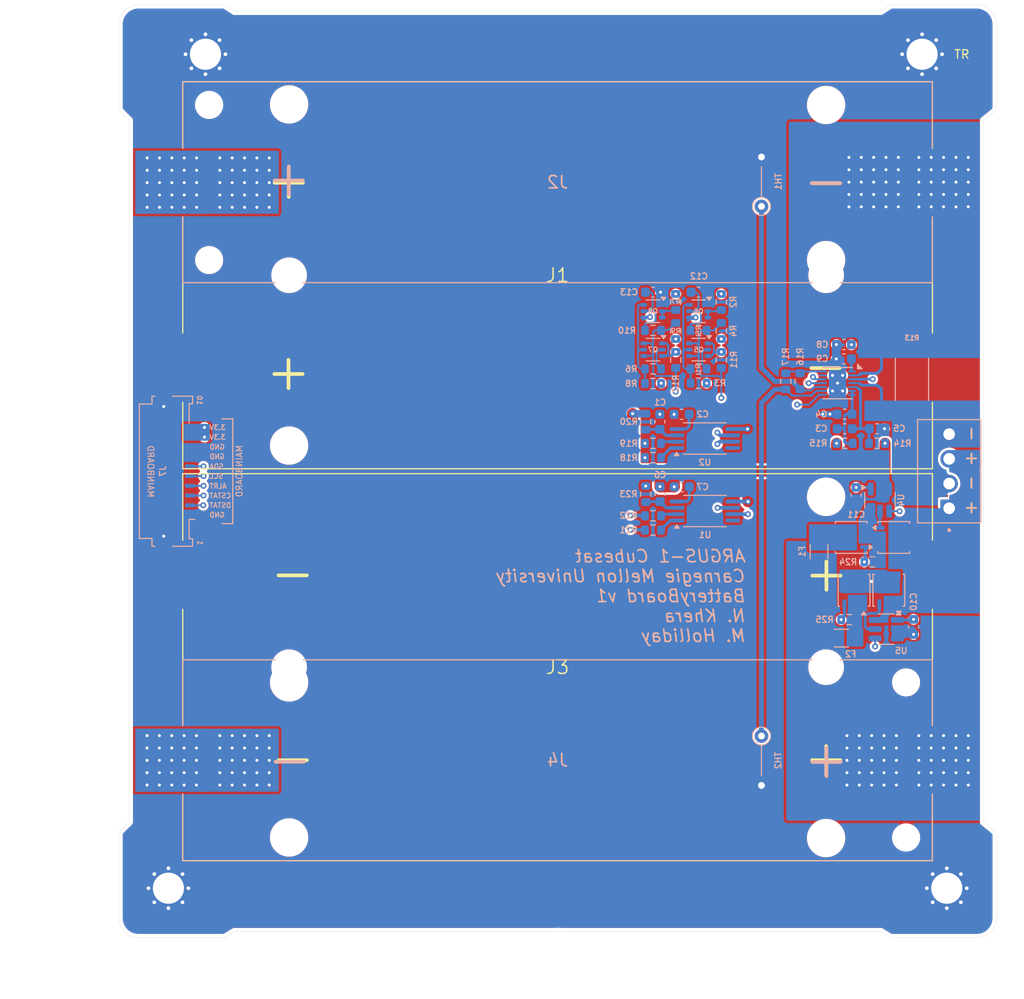
<source format=kicad_pcb>
(kicad_pcb (version 20240108) (generator "pcbnew") (generator_version "8.0")
  (layers (0 "F.Cu" signal) (1 "In1.Cu" signal) (2 "In2.Cu" signal) (31 "B.Cu" signal) (34 "B.Paste" user) (35 "F.Paste" user) (36 "B.SilkS" user "B.Silkscreen") (37 "F.SilkS" user "F.Silkscreen") (38 "B.Mask" user) (39 "F.Mask" user) (44 "Edge.Cuts" user))
  (net 0 "")
  (net 1 "B-")
  (net 2 "BM")
  (net 3 "PACK+")
  (net 4 "GND")
  (net 5 "Net-(U2-VDD)")
  (net 6 "Net-(U2-CDT)")
  (net 7 "Net-(U3-VBATT)")
  (net 8 "Net-(U3-CELL1)")
  (net 9 "Net-(U1-VDD)")
  (net 10 "Net-(U1-CDT)")
  (net 11 "Net-(U3-REG2)")
  (net 12 "Net-(U3-REG3)")
  (net 13 "Net-(Q3-D)")
  (net 14 "Net-(Q6B-G1)")
  (net 15 "Net-(Q8B-G1)")
  (net 16 "Net-(Q1-D)")
  (net 17 "ALRT")
  (net 18 "Net-(Q1-G)")
  (net 19 "B+")
  (net 20 "+3V3")
  (net 21 "Net-(Q2-G)")
  (net 22 "Net-(U4-SENSE)")
  (net 23 "Net-(F2-Pad2)")
  (net 24 "Net-(Q3-G)")
  (net 25 "Net-(Q4-G)")
  (net 26 "Net-(Q5B-B2)")
  (net 27 "Net-(Q5A-B1)")
  (net 28 "SCL1")
  (net 29 "SCL_Fuel")
  (net 30 "Net-(Q6A-G2)")
  (net 31 "Net-(Q7A-B1)")
  (net 32 "Net-(Q7B-B2)")
  (net 33 "SDA1")
  (net 34 "Net-(Q8A-G2)")
  (net 35 "SDA_Fuel")
  (net 36 "Net-(U1-CTLC)")
  (net 37 "Net-(U1-CTLD)")
  (net 38 "Net-(U3-AIN2)")
  (net 39 "Net-(U3-THRM)")
  (net 40 "Net-(U3-AIN1)")
  (net 41 "Net-(U2-CTLC)")
  (net 42 "PACK-")
  (net 43 "Net-(U2-CTLD)")
  (net 44 "Net-(U2-CO)")
  (net 45 "Net-(U2-DO)")
  (net 47 "CSTAT")
  (net 48 "DSTAT")
  (footprint "BatteryBoard:MountingHole" (layer "F.Cu") (at 183.769 53.4797 -90)
    (property "Reference" "H3" (hide yes))
    (property "Value" "MountingHole_Pad")
  )
  (footprint "BatteryBoard:BAT_1048" (layer "F.Cu") (at 146.304 76.2 180)
    (property "Reference" "J1")
    (property "Value" "Keystone-1048" (hide yes))
  )
  (footprint "BatteryBoard:BAT_1048" (layer "F.Cu") (at 146.304 116.4844)
    (property "Reference" "J3")
    (property "Value" "Keystone-1048" (hide yes))
  )
  (footprint "BatteryBoard:MountingHole" (layer "F.Cu") (at 106.299 139.2047 90)
    (property "Reference" "H1" (hide yes))
    (property "Value" "MountingHole_Pad")
  )
  (footprint "BatteryBoard:MountingHole" (layer "F.Cu") (at 186.309 139.2047 90)
    (property "Reference" "H2" (hide yes))
    (property "Value" "MountingHole_Pad")
  )
  (footprint "BatteryBoard:MountingHole" (layer "B.Cu") (at 110.109 53.4797 90)
    (property "Reference" "H4" (hide yes))
    (property "Value" "MountingHole_Pad")
  )
  (footprint "Resistor_SMD:R_0603_1608Metric" (layer "B.Cu") (at 160.7963 87.2958 180)
    (property "Reference" "R3")
    (property "Value" "10K")
  )
  (footprint "Resistor_SMD:R_0603_1608Metric" (layer "B.Cu") (at 158.4443 78.9432 -90)
    (property "Reference" "R7")
    (property "Value" "100K")
  )
  (footprint "Resistor_SMD:R_0603_1608Metric" (layer "B.Cu") (at 158.4443 81.9272 90)
    (property "Reference" "R9")
    (property "Value" "10K")
  )
  (footprint "Resistor_SMD:R_0603_1608Metric" (layer "B.Cu") (at 156.1095 100.92309)
    (property "Reference" "R22")
    (property "Value" "1K")
  )
  (footprint "Capacitor_SMD:C_0603_1608Metric" (layer "B.Cu") (at 175.7315 83.32089 180)
    (property "Reference" "C8")
    (property "Value" "0.47uF")
  )
  (footprint "Capacitor_SMD:C_0603_1608Metric" (layer "B.Cu") (at 156.8329 98.6914 90)
    (property "Reference" "C6")
    (property "Value" "0.1uF")
  )
  (footprint "Capacitor_SMD:C_0603_1608Metric" (layer "B.Cu") (at 160.7963 77.9394)
    (property "Reference" "C12")
    (property "Value" "10nF")
  )
  (footprint "Capacitor_SMD:C_0603_1608Metric" (layer "B.Cu") (at 182.8932 112.344 -90)
    (property "Reference" "C10")
    (property "Value" "0.1uF")
  )
  (footprint "Resistor_SMD:R_0603_1608Metric" (layer "B.Cu") (at 160.7963 85.8226 180)
    (property "Reference" "R1")
    (property "Value" "680R")
  )
  (footprint "Capacitor_SMD:C_0603_1608Metric" (layer "B.Cu") (at 179.1351 91.9734)
    (property "Reference" "C5")
    (property "Value" "0.1uF")
  )
  (footprint "Package_TO_SOT_SMD:SOT-363_SC-70-6" (layer "B.Cu") (at 156.1075 83.8443 180)
    (property "Reference" "Q7")
    (property "Value" "MBT2222ADW1T1")
  )
  (footprint "Package_SO:Vishay_PowerPAK_1212-8_Single" (layer "B.Cu") (at 176.4894 103.148 180)
    (property "Reference" "Q1" (hide yes))
    (property "Value" "Si7625DN")
  )
  (footprint "Resistor_SMD:R_0603_1608Metric" (layer "B.Cu") (at 156.1063 93.4798)
    (property "Reference" "R19")
    (property "Value" "1K")
  )
  (footprint "Package_TO_SOT_SMD:TSOT-23-6" (layer "B.Cu") (at 179.4369 99.3083 -90)
    (property "Reference" "U4")
    (property "Value" "LTC4412xS6")
  )
  (footprint "Resistor_SMD:R_0603_1608Metric" (layer "B.Cu") (at 156.1095 102.39629)
    (property "Reference" "R21")
    (property "Value" "1K")
  )
  (footprint "Resistor_SMD:R_0603_1608Metric" (layer "B.Cu") (at 175.8077 93.472 180)
    (property "Reference" "R15")
    (property "Value" "100R")
  )
  (footprint "Package_TO_SOT_SMD:SOT-363_SC-70-6" (layer "B.Cu") (at 160.7963 79.8952 180)
    (property "Reference" "Q6")
    (property "Value" "NX3008NBKS")
  )
  (footprint "Capacitor_SMD:C_0603_1608Metric" (layer "B.Cu") (at 159.0527 90.4956 180)
    (property "Reference" "C2")
    (property "Value" "10nF")
  )
  (footprint "Resistor_SMD:R_0603_1608Metric" (layer "B.Cu") (at 160.7963 81.866 180)
    (property "Reference" "R5")
    (property "Value" "200K")
  )
  (footprint "Resistor_SMD:R_0603_1608Metric" (layer "B.Cu") (at 156.1075 85.8226 180)
    (property "Reference" "R6")
    (property "Value" "680R")
  )
  (footprint "Package_SO:TSSOP-8_4.4x3mm_P0.65mm" (layer "B.Cu") (at 161.4403 92.9796)
    (property "Reference" "U2")
    (property "Value" "S-8209AAA-T8T1U")
  )
  (footprint "Resistor_SMD:R_0603_1608Metric" (layer "B.Cu") (at 156.1063 94.953)
    (property "Reference" "R18")
    (property "Value" "1K")
  )
  (footprint "Capacitor_SMD:C_0603_1608Metric" (layer "B.Cu") (at 159.0681 97.9424 180)
    (property "Reference" "C7")
    (property "Value" "10nF")
  )
  (footprint "Resistor_SMD:R_0603_1608Metric" (layer "B.Cu") (at 171.2357 87.0966 -90)
    (property "Reference" "R16")
    (property "Value" "10K")
  )
  (footprint "Resistor_SMD:R_0603_1608Metric" (layer "B.Cu") (at 169.7625 87.0966 -90)
    (property "Reference" "R17")
    (property "Value" "10K")
  )
  (footprint "BatteryBoard:Keystone_1042" (layer "B.Cu") (at 146.304 66.63436 180)
    (property "Reference" "J2")
    (property "Value" "Keystone-1042")
  )
  (footprint "Capacitor_SMD:C_0603_1608Metric" (layer "B.Cu") (at 175.8077 91.9734 180)
    (property "Reference" "C3")
    (property "Value" "1nF")
  )
  (footprint "Resistor_SMD:R_0603_1608Metric" (layer "B.Cu") (at 158.4443 84.899 90)
    (property "Reference" "R12")
    (property "Value" "DNI (0R)")
  )
  (footprint "Package_TO_SOT_SMD:TSOT-23-6" (layer "B.Cu") (at 180.0862 112.573802 180)
    (property "Reference" "U5")
    (property "Value" "LTC4412xS6")
  )
  (footprint "Resistor_SMD:R_0603_1608Metric" (layer "B.Cu") (at 163.1331 78.9432 -90)
    (property "Reference" "R2")
    (property "Value" "100K")
  )
  (footprint "Package_SO:Vishay_PowerPAK_1212-8_Single" (layer "B.Cu") (at 176.7736 108.5835 90)
    (property "Reference" "Q3" (hide yes))
    (property "Value" "Si7625DN")
  )
  (footprint "Capacitor_SMD:C_0603_1608Metric" (layer "B.Cu") (at 175.8077 90.4748 180)
    (property "Reference" "C4")
    (property "Value" "1nF")
  )
  (footprint "Package_SO:Vishay_PowerPAK_1212-8_Single" (layer "B.Cu") (at 180.355 108.5814 90)
    (property "Reference" "Q4" (hide yes))
    (property "Value" "Si7625DN")
  )
  (footprint "Connector_FFC-FPC:Molex_200528-0100_1x10-1MP_P1.00mm_Horizontal" (layer "B.Cu") (at 107.60964 96.3422 90)
    (property "Reference" "J7")
    (property "Value" "200528-0100")
  )
  (footprint "Resistor_THT:R_Axial_DIN0204_L3.6mm_D1.6mm_P5.08mm_Vertical" (layer "B.Cu") (at 167.259 69.12356 90)
    (property "Reference" "TH1")
    (property "Value" "197-103LAG-A01")
  )
  (footprint "Resistor_SMD:R_1206_3216Metric" (layer "B.Cu") (at 173.1767 104.5958 90)
    (property "Reference" "F1")
    (property "Value" "Polyfuse_Small")
  )
  (footprint "Resistor_SMD:R_0603_1608Metric" (layer "B.Cu") (at 163.1331 84.899 90)
    (property "Reference" "R11")
    (property "Value" "DNI (0R)")
  )
  (footprint "Resistor_SMD:R_0603_1608Metric" (layer "B.Cu") (at 156.1075 81.866 180)
    (property "Reference" "R10")
    (property "Value" "200K")
  )
  (footprint "Package_TO_SOT_SMD:SOT-363_SC-70-6" (layer "B.Cu") (at 156.1075 79.8952 180)
    (property "Reference" "Q8")
    (property "Value" "NX3008NBKS")
  )
  (footprint "Package_TO_SOT_SMD:SOT-363_SC-70-6" (layer "B.Cu") (at 160.7963 83.8443 180)
    (property "Reference" "Q5")
    (property "Value" "MBT2222ADW1T1")
  )
  (footprint "Capacitor_SMD:C_0603_1608Metric" (layer "B.Cu") (at 156.1075 77.9394)
    (property "Reference" "C13")
    (property "Value" "10nF")
  )
  (footprint "Resistor_SMD:R_0603_1608Metric" (layer "B.Cu") (at 155.3443 91.2576 -90)
    (property "Reference" "R20")
    (property "Value" "470R")
  )
  (footprint "BatteryBoard:Keystone_1042" (layer "B.Cu") (at 146.304 126.05004)
    (property "Reference" "J4")
    (property "Value" "Keystone-1042")
  )
  (footprint "Package_SO:TSSOP-8_4.4x3mm_P0.65mm" (layer "B.Cu") (at 161.4557 100.4316)
    (property "Reference" "U1")
    (property "Value" "S-8209AAA-T8T1U")
  )
  (footprint "Package_SO:Vishay_PowerPAK_1212-8_Single" (layer "B.Cu") (at 180.8606 103.1492)
    (property "Reference" "Q2" (hide yes))
    (property "Value" "Si7625DN")
  )
  (footprint "Resistor_SMD:R_0603_1608Metric" (layer "B.Cu") (at 163.1331 81.9272 90)
    (property "Reference" "R4")
    (property "Value" "10K")
  )
  (footprint "Resistor_SMD:R_0603_1608Metric" (layer "B.Cu") (at 176.277 111.597302)
    (property "Reference" "R25")
    (property "Value" "100K")
  )
  (footprint "BatteryBoard:TE_282834-4" (layer "B.Cu") (at 186.5519 96.3422 90)
    (property "Reference" "J8" (hide yes))
    (property "Value" "282834-4")
  )
  (footprint "Resistor_SMD:R_1206_3216Metric" (layer "B.Cu") (at 175.4764 113.4983)
    (property "Reference" "F2")
    (property "Value" "Polyfuse_Small")
  )
  (footprint "Package_DFN_QFN:TDFN-14-1EP_3x3mm_P0.4mm_EP1.78x2.35mm" (layer "B.Cu") (at 175.0822 87.2872 180)
    (property "Reference" "U3" (hide yes))
    (property "Value" "MAX17205")
  )
  (footprint "Resistor_THT:R_Axial_DIN0204_L3.6mm_D1.6mm_P5.08mm_Vertical" (layer "B.Cu") (at 167.259 123.56084 -90)
    (property "Reference" "TH2")
    (property "Value" "197-103LAG-A01")
  )
  (footprint "Resistor_SMD:R_0603_1608Metric" (layer "B.Cu") (at 179.1351 93.472)
    (property "Reference" "R14")
    (property "Value" "10R")
  )
  (footprint "Capacitor_SMD:C_0603_1608Metric" (layer "B.Cu") (at 175.7304 84.7922 180)
    (property "Reference" "C9")
    (property "Value" "0.47uF")
  )
  (footprint "Capacitor_SMD:C_0603_1608Metric" (layer "B.Cu") (at 156.8175 91.2576 90)
    (property "Reference" "C1")
    (property "Value" "0.1uF")
  )
  (footprint "Resistor_SMD:R_0603_1608Metric" (layer "B.Cu") (at 155.3597 98.6914 -90)
    (property "Reference" "R23")
    (property "Value" "470R")
  )
  (footprint "Resistor_SMD:R_0603_1608Metric" (layer "B.Cu") (at 156.1075 87.3252 180)
    (property "Reference" "R8")
    (property "Value" "10K")
  )
  (footprint "Resistor_SMD:R_0603_1608Metric" (layer "B.Cu") (at 178.6636 105.664 180)
    (property "Reference" "R24")
    (property "Value" "100K")
  )
  (footprint "Resistor_SMD:R_2512_6332Metric" (layer "B.Cu") (at 182.7276 86.8934 90)
    (property "Reference" "R13")
    (property "Value" "10m")
  )
  (footprint "Capacitor_SMD:C_0603_1608Metric" (layer "B.Cu") (at 176.9872 98.7806 -90)
    (property "Reference" "C11")
    (property "Value" "0.1uF")
  )
  (gr_line (start 112.9157 90.9574) (end 111.7981 90.9574) (stroke (width 0.127)) (layer "B.SilkS"))
  (gr_line (start 112.9157 101.727) (end 111.7981 101.727) (stroke (width 0.127)) (layer "B.SilkS"))
  (gr_line (start 112.9157 90.9574) (end 112.9157 101.727) (stroke (width 0.127)) (layer "B.SilkS"))
  (gr_arc (start 189.389 48.3997) (mid 190.803207 48.98549) (end 191.389 50.3997) (stroke (width 0.0254)) (layer "Edge.Cuts"))
  (gr_line (start 191.389 142.2847) (end 191.389 133.4455) (stroke (width 0.0254)) (layer "Edge.Cuts"))
  (gr_line (start 113.0935 143.656879) (end 179.5145 143.656879) (stroke (width 0.0254)) (layer "Edge.Cuts"))
  (gr_arc (start 103.219 144.2847) (mid 101.80478 143.698917) (end 101.219 142.2847) (stroke (width 0.0254)) (layer "Edge.Cuts"))
  (gr_line (start 112.0582 48.3997) (end 103.219 48.3997) (stroke (width 0.0254)) (layer "Edge.Cuts"))
  (gr_arc (start 101.219 50.3997) (mid 101.804787 48.98549) (end 103.219 48.3997) (stroke (width 0.0254)) (layer "Edge.Cuts"))
  (gr_line (start 179.5145 49.063345) (end 113.0935 49.063345) (stroke (width 0.0254)) (layer "Edge.Cuts"))
  (gr_line (start 101.219 50.3997) (end 101.219 59.2389) (stroke (width 0.0254)) (layer "Edge.Cuts"))
  (gr_line (start 190.093172 132.4102) (end 190.093172 60.2742) (stroke (width 0.0254)) (layer "Edge.Cuts"))
  (gr_line (start 101.219 59.2389) (end 102.276968 60.2742) (stroke (width 0.0254)) (layer "Edge.Cuts"))
  (gr_line (start 101.219 133.4455) (end 101.219 142.2847) (stroke (width 0.0254)) (layer "Edge.Cuts"))
  (gr_line (start 180.5498 144.2847) (end 189.389 144.2847) (stroke (width 0.0254)) (layer "Edge.Cuts"))
  (gr_line (start 103.219 144.2847) (end 112.0582 144.2847) (stroke (width 0.0254)) (layer "Edge.Cuts"))
  (gr_line (start 190.093172 60.2742) (end 191.389 59.2389) (stroke (width 0.0254)) (layer "Edge.Cuts"))
  (gr_line (start 102.276968 60.2742) (end 102.276968 132.4102) (stroke (width 0.0254)) (layer "Edge.Cuts"))
  (gr_arc (start 191.389 142.2847) (mid 190.803214 143.698917) (end 189.389 144.2847) (stroke (width 0.0254)) (layer "Edge.Cuts"))
  (gr_line (start 180.5498 48.3997) (end 179.5145 49.063345) (stroke (width 0.0254)) (layer "Edge.Cuts"))
  (gr_line (start 179.5145 143.656879) (end 180.5498 144.2847) (stroke (width 0.0254)) (layer "Edge.Cuts"))
  (gr_line (start 102.276968 132.4102) (end 101.219 133.4455) (stroke (width 0.0254)) (layer "Edge.Cuts"))
  (gr_line (start 191.389 59.2389) (end 191.389 50.3997) (stroke (width 0.0254)) (layer "Edge.Cuts"))
  (gr_line (start 191.389 133.4455) (end 190.093172 132.4102) (stroke (width 0.0254)) (layer "Edge.Cuts"))
  (gr_line (start 112.0582 144.2847) (end 113.0935 143.656879) (stroke (width 0.0254)) (layer "Edge.Cuts"))
  (gr_line (start 113.0935 49.063345) (end 112.0582 48.3997) (stroke (width 0.0254)) (layer "Edge.Cuts"))
  (gr_line (start 189.389 48.3997) (end 180.5498 48.3997) (stroke (width 0.0254)) (layer "Edge.Cuts"))
  (gr_text "SCL" (at 110.4646 96.8502 0) (layer "B.SilkS") (effects (font (size 0.508 0.508) (thickness 0.1016) (bold yes)) (justify right mirror)))
  (gr_text "GND" (at 110.4646 100.838 0) (layer "B.SilkS") (effects (font (size 0.508 0.508) (thickness 0.1016) (bold yes)) (justify right mirror)))
  (gr_text "3.3V" (at 110.4646 91.8464 0) (layer "B.SilkS") (effects (font (size 0.508 0.508) (thickness 0.1016) (bold yes)) (justify right mirror)))
  (gr_text "ARGUS-1 Cubesat\nCarnegie Mellon University\nBatteryBoard v1\nN. Khera\nM. Holliday" (at 165.7604 113.9952 0) (layer "B.SilkS") (effects (font (size 1.27 1.27) (thickness 0.1778) (italic yes)) (justify left bottom mirror)))
  (gr_text "+" (at 188.9506 100.1014 -90) (layer "B.SilkS") (effects (font (size 1.27 1.27) (thickness 0.1778)) (justify mirror)))
  (gr_text "CSTAT" (at 110.4646 98.8568 0) (layer "B.SilkS") (effects (font (size 0.508 0.508) (thickness 0.1016) (bold yes)) (justify right mirror)))
  (gr_text "-" (at 188.9506 97.5614 -90) (layer "B.SilkS") (effects (font (size 1.27 1.27) (thickness 0.1778)) (justify mirror)))
  (gr_text "DSTAT" (at 110.4646 99.8474 0) (layer "B.SilkS") (effects (font (size 0.508 0.508) (thickness 0.1016) (bold yes)) (justify right mirror)))
  (gr_text "3.3V" (at 110.4646 92.837 0) (layer "B.SilkS") (effects (font (size 0.508 0.508) (thickness 0.1016) (bold yes)) (justify right mirror)))
  (gr_text "MAINBOARD" (at 104.4702 96.3676 270) (layer "B.SilkS") (effects (font (size 0.635 0.635) (thickness 0.1016)) (justify mirror)))
  (gr_text "10" (at 109.4994 88.4936 270) (layer "B.SilkS") (effects (font (size 0.508 0.508) (thickness 0.1016) (bold yes)) (justify right mirror)))
  (gr_text "GND" (at 110.4646 94.8436 0) (layer "B.SilkS") (effects (font (size 0.508 0.508) (thickness 0.1016) (bold yes)) (justify right mirror)))
  (gr_text "GND" (at 110.4646 93.853 0) (layer "B.SilkS") (effects (font (size 0.508 0.508) (thickness 0.1016) (bold yes)) (justify right mirror)))
  (gr_text "ALRT" (at 110.4646 97.8662 0) (layer "B.SilkS") (effects (font (size 0.508 0.508) (thickness 0.1016) (bold yes)) (justify right mirror)))
  (gr_text "MAINBOARD" (at 113.5888 96.33331 90) (layer "B.SilkS") (effects (font (size 0.635 0.635) (thickness 0.1016)) (justify mirror)))
  (gr_text "-" (at 188.9506 92.4814 -90) (layer "B.SilkS") (effects (font (size 1.27 1.27) (thickness 0.1778)) (justify mirror)))
  (gr_text "+" (at 188.9506 95.0214 -90) (layer "B.SilkS") (effects (font (size 1.27 1.27) (thickness 0.1778)) (justify mirror)))
  (gr_text "1" (at 109.5502 103.378 -90) (layer "B.SilkS") (effects (font (size 0.508 0.508) (thickness 0.1016) (bold yes)) (justify right mirror)))
  (gr_text "SDA" (at 110.4646 95.8596 0) (layer "B.SilkS") (effects (font (size 0.508 0.508) (thickness 0.1016) (bold yes)) (justify right mirror)))
  (gr_text "-" (at 188.7474 92.4814 90) (layer "F.SilkS") (effects (font (size 1.27 1.27) (thickness 0.1778))))
  (gr_text "-" (at 188.7474 97.5614 90) (layer "F.SilkS") (effects (font (size 1.27 1.27) (thickness 0.1778))))
  (gr_text "+" (at 188.7474 95.0214 90) (layer "F.SilkS") (effects (font (size 1.27 1.27) (thickness 0.1778))))
  (gr_text "TR" (at 187.8584 53.4924 0) (layer "F.SilkS") (effects (font (size 0.889 0.889) (thickness 0.127))))
  (gr_text "+" (at 188.7474 100.1014 90) (layer "F.SilkS") (effects (font (size 1.27 1.27) (thickness 0.1778))))
  (via (at 177.5206 65.3542) (size 0.6096) (drill 0.3048) (layers "F.Cu" "B.Cu") (net 1))
  (via (at 188.5188 66.6242) (size 0.6096) (drill 0.3048) (layers "F.Cu" "B.Cu") (net 1))
  (via (at 176.2506 67.8942) (size 0.6096) (drill 0.3048) (layers "F.Cu" "B.Cu") (net 1))
  (via (at 183.4388 66.6242) (size 0.6096) (drill 0.3048) (layers "F.Cu" "B.Cu") (net 1))
  (via (at 181.3306 66.6242) (size 0.6096) (drill 0.3048) (layers "F.Cu" "B.Cu") (net 1))
  (via (at 185.9788 66.6242) (size 0.6096) (drill 0.3048) (layers "F.Cu" "B.Cu") (net 1))
  (via (at 176.2506 65.3542) (size 0.6096) (drill 0.3048) (layers "F.Cu" "B.Cu") (net 1))
  (via (at 185.9788 64.0842) (size 0.6096) (drill 0.3048) (layers "F.Cu" "B.Cu") (net 1))
  (via (at 183.4388 67.8942) (size 0.6096) (drill 0.3048) (layers "F.Cu" "B.Cu") (net 1))
  (via (at 187.2488 67.8942) (size 0.6096) (drill 0.3048) (layers "F.Cu" "B.Cu") (net 1))
  (via (at 185.9788 67.8942) (size 0.6096) (drill 0.3048) (layers "F.Cu" "B.Cu") (net 1))
  (via (at 187.2488 69.1642) (size 0.6096) (drill 0.3048) (layers "F.Cu" "B.Cu") (net 1))
  (via (at 180.0606 65.3542) (size 0.6096) (drill 0.3048) (layers "F.Cu" "B.Cu") (net 1))
  (via (at 188.5188 69.1642) (size 0.6096) (drill 0.3048) (layers "F.Cu" "B.Cu") (net 1))
  (via (at 178.7906 67.8942) (size 0.6096) (drill 0.3048) (layers "F.Cu" "B.Cu") (net 1))
  (via (at 184.7088 67.8942) (size 0.6096) (drill 0.3048) (layers "F.Cu" "B.Cu") (net 1))
  (via (at 178.7906 64.0842) (size 0.6096) (drill 0.3048) (layers "F.Cu" "B.Cu") (net 1))
  (via (at 188.5188 65.3542) (size 0.6096) (drill 0.3048) (layers "F.Cu" "B.Cu") (net 1))
  (via (at 184.7088 64.0842) (size 0.6096) (drill 0.3048) (layers "F.Cu" "B.Cu") (net 1))
  (via (at 173.5598 90.4748) (size 0.6096) (drill 0.3048) (layers "F.Cu" "B.Cu") (net 1))
  (via (at 180.0606 67.8942) (size 0.6096) (drill 0.3048) (layers "F.Cu" "B.Cu") (net 1))
  (via (at 180.0606 69.1642) (size 0.6096) (drill 0.3048) (layers "F.Cu" "B.Cu") (net 1))
  (via (at 181.3306 64.0842) (size 0.6096) (drill 0.3048) (layers "F.Cu" "B.Cu") (net 1))
  (via (at 165.8255 91.9988) (size 0.6096) (drill 0.3048) (layers "F.Cu" "B.Cu") (net 1))
  (via (at 156.8175 90.4826) (size 0.6096) (drill 0.3048) (layers "F.Cu" "B.Cu") (net 1))
  (via (at 155.2813 93.4798) (size 0.6096) (drill 0.3048) (layers "F.Cu" "B.Cu") (net 1))
  (via (at 158.2777 90.4956) (size 0.6096) (drill 0.3048) (layers "F.Cu" "B.Cu") (net 1))
  (via (at 184.7088 65.3542) (size 0.6096) (drill 0.3048) (layers "F.Cu" "B.Cu") (net 1))
  (via (at 176.2506 64.0842) (size 0.6096) (drill 0.3048) (layers "F.Cu" "B.Cu") (net 1))
  (via (at 176.2506 69.1642) (size 0.6096) (drill 0.3048) (layers "F.Cu" "B.Cu") (net 1))
  (via (at 184.7088 66.6242) (size 0.6096) (drill 0.3048) (layers "F.Cu" "B.Cu") (net 1))
  (via (at 174.2964 90.4748) (size 0.6096) (drill 0.3048) (layers "F.Cu" "B.Cu") (net 1))
  (via (at 187.2488 64.0842) (size 0.6096) (drill 0.3048) (layers "F.Cu" "B.Cu") (net 1))
  (via (at 178.7906 66.6242) (size 0.6096) (drill 0.3048) (layers "F.Cu" "B.Cu") (net 1))
  (via (at 185.9788 65.3542) (size 0.6096) (drill 0.3048) (layers "F.Cu" "B.Cu") (net 1))
  (via (at 155.2813 94.953) (size 0.6096) (drill 0.3048) (layers "F.Cu" "B.Cu") (net 1))
  (via (at 178.7906 69.1642) (size 0.6096) (drill 0.3048) (layers "F.Cu" "B.Cu") (net 1))
  (via (at 187.2488 65.3542) (size 0.6096) (drill 0.3048) (layers "F.Cu" "B.Cu") (net 1))
  (via (at 180.0606 66.6242) (size 0.6096) (drill 0.3048) (layers "F.Cu" "B.Cu") (net 1))
  (via (at 180.0606 64.0842) (size 0.6096) (drill 0.3048) (layers "F.Cu" "B.Cu") (net 1))
  (via (at 177.5206 66.6242) (size 0.6096) (drill 0.3048) (layers "F.Cu" "B.Cu") (net 1))
  (via (at 188.5188 64.0842) (size 0.6096) (drill 0.3048) (layers "F.Cu" "B.Cu") (net 1))
  (via (at 181.3306 65.3542) (size 0.6096) (drill 0.3048) (layers "F.Cu" "B.Cu") (net 1))
  (via (at 184.7088 69.1642) (size 0.6096) (drill 0.3048) (layers "F.Cu" "B.Cu") (net 1))
  (via (at 178.7906 65.3542) (size 0.6096) (drill 0.3048) (layers "F.Cu" "B.Cu") (net 1))
  (via (at 181.3306 69.1642) (size 0.6096) (drill 0.3048) (layers "F.Cu" "B.Cu") (net 1))
  (via (at 177.5206 64.0842) (size 0.6096) (drill 0.3048) (layers "F.Cu" "B.Cu") (net 1))
  (via (at 176.2506 66.6242) (size 0.6096) (drill 0.3048) (layers "F.Cu" "B.Cu") (net 1))
  (via (at 183.4388 69.1642) (size 0.6096) (drill 0.3048) (layers "F.Cu" "B.Cu") (net 1))
  (via (at 188.5188 67.8942) (size 0.6096) (drill 0.3048) (layers "F.Cu" "B.Cu") (net 1))
  (via (at 187.2488 66.6242) (size 0.6096) (drill 0.3048) (layers "F.Cu" "B.Cu") (net 1))
  (via (at 185.9788 69.1642) (size 0.6096) (drill 0.3048) (layers "F.Cu" "B.Cu") (net 1))
  (via (at 181.3306 67.8942) (size 0.6096) (drill 0.3048) (layers "F.Cu" "B.Cu") (net 1))
  (via (at 177.5206 69.1642) (size 0.6096) (drill 0.3048) (layers "F.Cu" "B.Cu") (net 1))
  (via (at 183.4388 64.0842) (size 0.6096) (drill 0.3048) (layers "F.Cu" "B.Cu") (net 1))
  (via (at 183.4388 65.3542) (size 0.6096) (drill 0.3048) (layers "F.Cu" "B.Cu") (net 1))
  (via (at 177.5206 67.8942) (size 0.6096) (drill 0.3048) (layers "F.Cu" "B.Cu") (net 1))
  (segment (start 177.2666 86.4872) (end 176.5697 86.4872) (width 0.2032) (layer "B.Cu") (net 1))
  (segment (start 177.4903 86.2776) (end 179.1652 86.2776) (width 0.3048) (layer "B.Cu") (net 1))
  (segment (start 165.8197 92.0046) (end 164.3028 92.0046) (width 0.4064) (layer "B.Cu") (net 1))
  (segment (start 179.5923 85.8505) (end 179.5923 84.0325) (width 0.3048) (layer "B.Cu") (net 1))
  (segment (start 177.3317 86.4362) (end 177.4903 86.2776) (width 0.3048) (layer "B.Cu") (net 1))
  (segment (start 175.0327 90.4748) (end 174.5377 90.4748) (width 0.635) (layer "B.Cu") (net 1))
  (segment (start 165.8255 91.9988) (end 165.8197 92.0046) (width 0.4064) (layer "B.Cu") (net 1))
  (segment (start 174.5377 90.4748) (end 173.5598 90.4748) (width 0.635) (layer "B.Cu") (net 1))
  (segment (start 174.5377 90.4748) (end 174.2964 90.4748) (width 0.635) (layer "B.Cu") (net 1))
  (segment (start 179.1652 86.2776) (end 179.5923 85.8505) (width 0.3048) (layer "B.Cu") (net 1))
  (segment (start 158.369 96.3422) (end 158.2931 96.4181) (width 1.143) (layer "F.Cu") (net 2))
  (segment (start 156.8329 97.8783) (end 158.2931 96.4181) (width 1.143) (layer "F.Cu") (net 2))
  (segment (start 158.2931 97.9173) (end 156.8329 96.4571) (width 1.143) (layer "F.Cu") (net 2))
  (segment (start 174.9827 96.3401) (end 174.9827 93.472) (width 1.143) (layer "F.Cu") (net 2))
  (segment (start 154.0145 96.2295) (end 154.0145 90.424) (width 1.143) (layer "F.Cu") (net 2))
  (segment (start 165.862 96.3422) (end 165.862 99.4521) (width 1.143) (layer "F.Cu") (net 2))
  (segment (start 154.1272 96.3422) (end 154.0145 96.2295) (width 1.143) (layer "F.Cu") (net 2))
  (segment (start 158.2931 96.4181) (end 158.2931 97.9424) (width 1.143) (layer "F.Cu") (net 2))
  (segment (start 156.8589 97.9424) (end 156.8329 97.9164) (width 1.143) (layer "F.Cu") (net 2))
  (segment (start 156.8329 97.9164) (end 156.8329 97.8783) (width 1.143) (layer "F.Cu") (net 2))
  (segment (start 156.718 96.3422) (end 158.369 96.3422) (width 1.143) (layer "F.Cu") (net 2))
  (segment (start 174.9806 96.3422) (end 174.9827 96.3401) (width 1.143) (layer "F.Cu") (net 2))
  (segment (start 158.369 96.3422) (end 165.862 96.3422) (width 1.143) (layer "F.Cu") (net 2))
  (segment (start 165.862 96.3422) (end 174.9806 96.3422) (width 1.143) (layer "F.Cu") (net 2))
  (segment (start 165.862 99.4521) (end 165.8763 99.4664) (width 1.143) (layer "F.Cu") (net 2))
  (segment (start 158.2931 97.9424) (end 156.8589 97.9424) (width 1.143) (layer "F.Cu") (net 2))
  (segment (start 156.8329 96.4571) (end 156.8329 97.9164) (width 1.143) (layer "F.Cu") (net 2))
  (segment (start 158.2931 97.9424) (end 158.2931 97.9173) (width 1.143) (layer "F.Cu") (net 2))
  (segment (start 156.718 96.3422) (end 156.8329 96.4571) (width 1.143) (layer "F.Cu") (net 2))
  (segment (start 154.1272 96.3422) (end 156.718 96.3422) (width 1.143) (layer "F.Cu") (net 2))
  (segment (start 145.1737 96.3422) (end 154.1272 96.3422) (width 1.143) (layer "F.Cu") (net 2))
  (via (at 115.3922 67.945) (size 0.6096) (drill 0.3048) (layers "F.Cu" "B.Cu") (net 2))
  (via (at 112.8522 124.7902) (size 0.6096) (drill 0.3048) (layers "F.Cu" "B.Cu") (net 2))
  (via (at 105.3719 124.7902) (size 0.6096) (drill 0.3048) (layers "F.Cu" "B.Cu") (net 2))
  (via (at 116.6622 69.215) (size 0.6096) (drill 0.3048) (layers "F.Cu" "B.Cu") (net 2))
  (via (at 112.8522 123.5202) (size 0.6096) (drill 0.3048) (layers "F.Cu" "B.Cu") (net 2))
  (via (at 105.3719 126.0602) (size 0.6096) (drill 0.3048) (layers "F.Cu" "B.Cu") (net 2))
  (via (at 105.3846 67.945) (size 0.6096) (drill 0.3048) (layers "F.Cu" "B.Cu") (net 2))
  (via (at 104.1019 124.7902) (size 0.6096) (drill 0.3048) (layers "F.Cu" "B.Cu") (net 2))
  (via (at 107.9119 123.5202) (size 0.6096) (drill 0.3048) (layers "F.Cu" "B.Cu") (net 2))
  (via (at 111.5822 128.6002) (size 0.6096) (drill 0.3048) (layers "F.Cu" "B.Cu") (net 2))
  (via (at 106.6546 66.675) (size 0.6096) (drill 0.3048) (layers "F.Cu" "B.Cu") (net 2))
  (via (at 114.1222 128.6002) (size 0.6096) (drill 0.3048) (layers "F.Cu" "B.Cu") (net 2))
  (via (at 104.1146 65.405) (size 0.6096) (drill 0.3048) (layers "F.Cu" "B.Cu") (net 2))
  (via (at 116.6622 128.6002) (size 0.6096) (drill 0.3048) (layers "F.Cu" "B.Cu") (net 2))
  (via (at 112.8522 128.6002) (size 0.6096) (drill 0.3048) (layers "F.Cu" "B.Cu") (net 2))
  (via (at 104.1019 128.6002) (size 0.6096) (drill 0.3048) (layers "F.Cu" "B.Cu") (net 2))
  (via (at 112.8522 64.135) (size 0.6096) (drill 0.3048) (layers "F.Cu" "B.Cu") (net 2))
  (via (at 107.9119 127.3302) (size 0.6096) (drill 0.3048) (layers "F.Cu" "B.Cu") (net 2))
  (via (at 106.6419 127.3302) (size 0.6096) (drill 0.3048) (layers "F.Cu" "B.Cu") (net 2))
  (via (at 107.9119 124.7902) (size 0.6096) (drill 0.3048) (layers "F.Cu" "B.Cu") (net 2))
  (via (at 109.1819 123.5202) (size 0.6096) (drill 0.3048) (layers "F.Cu" "B.Cu") (net 2))
  (via (at 116.6622 65.405) (size 0.6096) (drill 0.3048) (layers "F.Cu" "B.Cu") (net 2))
  (via (at 107.9246 69.215) (size 0.6096) (drill 0.3048) (layers "F.Cu" "B.Cu") (net 2))
  (via (at 104.1019 123.5202) (size 0.6096) (drill 0.3048) (layers "F.Cu" "B.Cu") (net 2))
  (via (at 107.9119 128.6002) (size 0.6096) (drill 0.3048) (layers "F.Cu" "B.Cu") (net 2))
  (via (at 114.1222 65.405) (size 0.6096) (drill 0.3048) (layers "F.Cu" "B.Cu") (net 2))
  (via (at 114.1222 126.0602) (size 0.6096) (drill 0.3048) (layers "F.Cu" "B.Cu") (net 2))
  (via (at 106.6546 67.945) (size 0.6096) (drill 0.3048) (layers "F.Cu" "B.Cu") (net 2))
  (via (at 112.8522 67.945) (size 0.6096) (drill 0.3048) (layers "F.Cu" "B.Cu") (net 2))
  (via (at 111.5822 67.945) (size 0.6096) (drill 0.3048) (layers "F.Cu" "B.Cu") (net 2))
  (via (at 105.3846 69.215) (size 0.6096) (drill 0.3048) (layers "F.Cu" "B.Cu") (net 2))
  (via (at 106.6546 64.135) (size 0.6096) (drill 0.3048) (layers "F.Cu" "B.Cu") (net 2))
  (via (at 105.3719 128.6002) (size 0.6096) (drill 0.3048) (layers "F.Cu" "B.Cu") (net 2))
  (via (at 104.1019 126.0602) (size 0.6096) (drill 0.3048) (layers "F.Cu" "B.Cu") (net 2))
  (via (at 109.1819 124.7902) (size 0.6096) (drill 0.3048) (layers "F.Cu" "B.Cu") (net 2))
  (via (at 107.9246 66.675) (size 0.6096) (drill 0.3048) (layers "F.Cu" "B.Cu") (net 2))
  (via (at 115.3922 127.3302) (size 0.6096) (drill 0.3048) (layers "F.Cu" "B.Cu") (net 2))
  (via (at 109.1946 66.675) (size 0.6096) (drill 0.3048) (layers "F.Cu" "B.Cu") (net 2))
  (via (at 111.5822 126.0602) (size 0.6096) (drill 0.3048) (layers "F.Cu" "B.Cu") (net 2))
  (via (at 107.9246 64.135) (size 0.6096) (drill 0.3048) (layers "F.Cu" "B.Cu") (net 2))
  (via (at 104.1019 127.3302) (size 0.6096) (drill 0.3048) (layers "F.Cu" "B.Cu") (net 2))
  (via (at 111.5822 65.405) (size 0.6096) (drill 0.3048) (layers "F.Cu" "B.Cu") (net 2))
  (via (at 107.9119 126.0602) (size 0.6096) (drill 0.3048) (layers "F.Cu" "B.Cu") (net 2))
  (via (at 106.6419 126.0602) (size 0.6096) (drill 0.3048) (layers "F.Cu" "B.Cu") (net 2))
  (via (at 112.8522 127.3302) (size 0.6096) (drill 0.3048) (layers "F.Cu" "B.Cu") (net 2))
  (via (at 114.1222 69.215) (size 0.6096) (drill 0.3048) (layers "F.Cu" "B.Cu") (net 2))
  (via (at 115.3922 65.405) (size 0.6096) (drill 0.3048) (layers "F.Cu" "B.Cu") (net 2))
  (via (at 114.1222 67.945) (size 0.6096) (drill 0.3048) (layers "F.Cu" "B.Cu") (net 2))
  (via (at 104.1146 67.945) (size 0.6096) (drill 0.3048) (layers "F.Cu" "B.Cu") (net 2))
  (via (at 106.6546 65.405) (size 0.6096) (drill 0.3048) (layers "F.Cu" "B.Cu") (net 2))
  (via (at 114.1222 123.5202) (size 0.6096) (drill 0.3048) (layers "F.Cu" "B.Cu") (net 2))
  (via (at 109.1946 69.215) (size 0.6096) (drill 0.3048) (layers "F.Cu" "B.Cu") (net 2))
  (via (at 156.8329 97.9164) (size 0.6096) (drill 0.3048) (layers "F.Cu" "B.Cu") (net 2))
  (via (at 115.3922 128.6002) (size 0.6096) (drill 0.3048) (layers "F.Cu" "B.Cu") (net 2))
  (via (at 106.6419 123.5202) (size 0.6096) (drill 0.3048) (layers "F.Cu" "B.Cu") (net 2))
  (via (at 174.9827 93.472) (size 0.6096) (drill 0.3048) (layers "F.Cu" "B.Cu") (net 2))
  (via (at 106.6419 128.6002) (size 0.6096) (drill 0.3048) (layers "F.Cu" "B.Cu") (net 2))
  (via (at 115.3922 126.0602) (size 0.6096) (drill 0.3048) (layers "F.Cu" "B.Cu") (net 2))
  (via (at 116.6622 126.0602) (size 0.6096) (drill 0.3048) (layers "F.Cu" "B.Cu") (net 2))
  (via (at 116.6622 127.3302) (size 0.6096) (drill 0.3048) (layers "F.Cu" "B.Cu") (net 2))
  (via (at 106.6546 69.215) (size 0.6096) (drill 0.3048) (layers "F.Cu" "B.Cu") (net 2))
  (via (at 116.6622 123.5202) (size 0.6096) (drill 0.3048) (layers "F.Cu" "B.Cu") (net 2))
  (via (at 109.1819 128.6002) (size 0.6096) (drill 0.3048) (layers "F.Cu" "B.Cu") (net 2))
  (via (at 106.6419 124.7902) (size 0.6096) (drill 0.3048) (layers "F.Cu" "B.Cu") (net 2))
  (via (at 165.8763 99.4664) (size 0.6096) (drill 0.3048) (layers "F.Cu" "B.Cu") (net 2))
  (via (at 115.3922 123.5202) (size 0.6096) (drill 0.3048) (layers "F.Cu" "B.Cu") (net 2))
  (via (at 115.3922 69.215) (size 0.6096) (drill 0.3048) (layers "F.Cu" "B.Cu") (net 2))
  (via (at 109.1819 126.0602) (size 0.6096) (drill 0.3048) (layers "F.Cu" "B.Cu") (net 2))
  (via (at 112.8522 65.405) (size 0.6096) (drill 0.3048) (layers "F.Cu" "B.Cu") (net 2))
  (via (at 109.1819 127.3302) (size 0.6096) (drill 0.3048) (layers "F.Cu" "B.Cu") (net 2))
  (via (at 111.5822 123.5202) (size 0.6096) (drill 0.3048) (layers "F.Cu" "B.Cu") (net 2))
  (via (at 109.1946 64.135) (size 0.6096) (drill 0.3048) (layers "F.Cu" "B.Cu") (net 2))
  (via (at 112.8522 66.675) (size 0.6096) (drill 0.3048) (layers "F.Cu" "B.Cu") (net 2))
  (via (at 114.1222 64.135) (size 0.6096) (drill 0.3048) (layers "F.Cu" "B.Cu") (net 2))
  (via (at 116.6622 66.675) (size 0.6096) (drill 0.3048) (layers "F.Cu" "B.Cu") (net 2))
  (via (at 104.1146 69.215) (size 0.6096) (drill 0.3048) (layers "F.Cu" "B.Cu") (net 2))
  (via (at 105.3846 65.405) (size 0.6096) (drill 0.3048) (layers "F.Cu" "B.Cu") (net 2))
  (via (at 109.1946 65.405) (size 0.6096) (drill 0.3048) (layers "F.Cu" "B.Cu") (net 2))
  (via (at 109.1946 67.945) (size 0.6096) (drill 0.3048) (layers "F.Cu" "B.Cu") (net 2))
  (via (at 104.1146 64.135) (size 0.6096) (drill 0.3048) (layers "F.Cu" "B.Cu") (net 2))
  (via (at 114.1222 124.7902) (size 0.6096) (drill 0.3048) (layers "F.Cu" "B.Cu") (net 2))
  (via (at 116.6622 64.135) (size 0.6096) (drill 0.3048) (layers "F.Cu" "B.Cu") (net 2))
  (via (at 111.5822 66.675) (size 0.6096) (drill 0.3048) (layers "F.Cu" "B.Cu") (net 2))
  (via (at 116.6622 124.7902) (size 0.6096) (drill 0.3048) (layers "F.Cu" "B.Cu") (net 2))
  (via (at 105.3846 64.135) (size 0.6096) (drill 0.3048) (layers "F.Cu" "B.Cu") (net 2))
  (via (at 105.3719 123.5202) (size 0.6096) (drill 0.3048) (layers "F.Cu" "B.Cu") (net 2))
  (via (at 158.2931 97.9424) (size 0.6096) (drill 0.3048) (layers "F.Cu" "B.Cu") (net 2))
  (via (at 107.9246 65.405) (size 0.6096) (drill 0.3048) (layers "F.Cu" "B.Cu") (net 2))
  (via (at 114.1222 127.3302) (size 0.6096) (drill 0.3048) (layers "F.Cu" "B.Cu") (net 2))
  (via (at 111.5822 69.215) (size 0.6096) (drill 0.3048) (layers "F.Cu" "B.Cu") (net 2))
  (via (at 115.3922 124.7902) (size 0.6096) (drill 0.3048) (layers "F.Cu" "B.Cu") (net 2))
  (via (at 111.5822 127.3302) (size 0.6096) (drill 0.3048) (layers "F.Cu" "B.Cu") (net 2))
  (via (at 111.5822 64.135) (size 0.6096) (drill 0.3048) (layers "F.Cu" "B.Cu") (net 2))
  (via (at 116.6622 67.945) (size 0.6096) (drill 0.3048) (layers "F.Cu" "B.Cu") (net 2))
  (via (at 112.8522 69.215) (size 0.6096) (drill 0.3048) (layers "F.Cu" "B.Cu") (net 2))
  (via (at 114.1222 66.675) (size 0.6096) (drill 0.3048) (layers "F.Cu" "B.Cu") (net 2))
  (via (at 111.5822 124.7902) (size 0.6096) (drill 0.3048) (layers "F.Cu" "B.Cu") (net 2))
  (via (at 154.0145 90.424) (size 0.6096) (drill 0.3048) (layers "F.Cu" "B.Cu") (net 2))
  (via (at 107.9246 67.945) (size 0.6096) (drill 0.3048) (layers "F.Cu" "B.Cu") (net 2))
  (via (at 104.1146 66.675) (size 0.6096) (drill 0.3048) (layers "F.Cu" "B.Cu") (net 2))
  (via (at 105.3846 66.675) (size 0.6096) (drill 0.3048) (layers "F.Cu" "B.Cu") (net 2))
  (via (at 115.3922 66.675) (size 0.6096) (drill 0.3048) (layers "F.Cu" "B.Cu") (net 2))
  (via (at 112.8522 126.0602) (size 0.6096) (drill 0.3048) (layers "F.Cu" "B.Cu") (net 2))
  (via (at 105.3719 127.3302) (size 0.6096) (drill 0.3048) (layers "F.Cu" "B.Cu") (net 2))
  (via (at 115.3922 64.135) (size 0.6096) (drill 0.3048) (layers "F.Cu" "B.Cu") (net 2))
  (segment (start 154.0231 90.4326) (end 154.0145 90.424) (width 0.381) (layer "B.Cu") (net 2))
  (segment (start 155.3443 90.4326) (end 154.0231 90.4326) (width 0.762) (layer "B.Cu") (net 2))
  (segment (start 165.8763 99.4664) (end 165.8665 99.4566) (width 0.381) (layer "B.Cu") (net 2))
  (segment (start 165.8665 99.4566) (end 164.3182 99.4566) (width 0.381) (layer "B.Cu") (net 2))
  (via (at 176.9872 98.0056) (size 0.6096) (drill 0.3048) (layers "F.Cu" "B.Cu") (net 3))
  (segment (start 178.3217 98.0056) (end 178.4869 98.1708) (width 0.3048) (layer "B.Cu") (net 3))
  (segment (start 176.9872 98.0056) (end 178.3217 98.0056) (width 0.3048) (layer "B.Cu") (net 3))
  (via (at 182.8932 113.119) (size 0.6096) (drill 0.3048) (layers "F.Cu" "B.Cu") (net 4))
  (via (at 105.8164 103.0224) (size 0.6096) (drill 0.3048) (layers "F.Cu" "B.Cu") (net 4))
  (via (at 174.5599 86.4872) (size 0.6096) (drill 0.3048) (layers "F.Cu" "B.Cu") (net 4))
  (via (at 160.4915 80.5434) (size 0.6096) (drill 0.3048) (layers "F.Cu" "B.Cu") (net 4))
  (via (at 174.9554 84.7922) (size 0.6096) (drill 0.3048) (layers "F.Cu" "B.Cu") (net 4))
  (via (at 175.6045 86.4872) (size 0.6096) (drill 0.3048) (layers "F.Cu" "B.Cu") (net 4))
  (via (at 179.9101 91.9734) (size 0.6096) (drill 0.3048) (layers "F.Cu" "B.Cu") (net 4))
  (via (at 174.9565 83.32089) (size 0.6096) (drill 0.3048) (layers "F.Cu" "B.Cu") (net 4))
  (via (at 156.8825 77.9394) (size 0.6096) (drill 0.3048) (layers "F.Cu" "B.Cu") (net 4))
  (via (at 175.0822 87.2872) (size 0.6096) (drill 0.3048) (layers "F.Cu" "B.Cu") (net 4))
  (via (at 105.8164 89.6874) (size 0.6096) (drill 0.3048) (layers "F.Cu" "B.Cu") (net 4))
  (via (at 155.8179 80.4926) (size 0.6096) (drill 0.3048) (layers "F.Cu" "B.Cu") (net 4))
  (via (at 175.6045 88.0872) (size 0.6096) (drill 0.3048) (layers "F.Cu" "B.Cu") (net 4))
  (via (at 174.5599 88.0872) (size 0.6096) (drill 0.3048) (layers "F.Cu" "B.Cu") (net 4))
  (segment (start 174.9565 83.3374) (end 174.9565 84.7911) (width 0.889) (layer "B.Cu") (net 4))
  (segment (start 157.4395 92.6546) (end 156.8175 92.0326) (width 0.3048) (layer "B.Cu") (net 5))
  (segment (start 156.8175 92.0326) (end 155.3943 92.0326) (width 0.3048) (layer "B.Cu") (net 5))
  (segment (start 158.5778 92.6546) (end 157.4395 92.6546) (width 0.3048) (layer "B.Cu") (net 5))
  (segment (start 159.8277 91.7148) (end 159.5379 92.0046) (width 0.3048) (layer "B.Cu") (net 6))
  (segment (start 159.5379 92.0046) (end 158.5778 92.0046) (width 0.3048) (layer "B.Cu") (net 6))
  (segment (start 159.8277 90.4956) (end 159.8277 91.7148) (width 0.3048) (layer "B.Cu") (net 6))
  (segment (start 177.0523 87.6872) (end 176.5697 87.6872) (width 0.2032) (layer "B.Cu") (net 7))
  (segment (start 177.4333 91.948) (end 177.4079 91.9734) (width 0.3048) (layer "B.Cu") (net 7))
  (segment (start 177.1729 87.8078) (end 177.0523 87.6872) (width 0.2032) (layer "B.Cu") (net 7))
  (segment (start 177.4079 91.9734) (end 176.5827 91.9734) (width 0.3048) (layer "B.Cu") (net 7))
  (segment (start 177.4333 88.0618) (end 177.4333 91.948) (width 0.3048) (layer "B.Cu") (net 7))
  (segment (start 178.3101 93.472) (end 178.3101 92.0234) (width 0.3048) (layer "B.Cu") (net 7))
  (segment (start 178.3601 91.9734) (end 177.4079 91.9734) (width 0.3048) (layer "B.Cu") (net 7))
  (segment (start 177.1793 87.8078) (end 177.4333 88.0618) (width 0.3048) (layer "B.Cu") (net 7))
  (segment (start 177.1793 87.8078) (end 177.1729 87.8078) (width 0.2032) (layer "B.Cu") (net 7))
  (segment (start 175.5791 91.9734) (end 175.0327 91.9734) (width 0.3048) (layer "B.Cu") (net 8))
  (segment (start 175.9601 90.4748) (end 175.8077 90.6272) (width 0.3048) (layer "B.Cu") (net 8))
  (segment (start 176.5827 90.4748) (end 175.9601 90.4748) (width 0.3048) (layer "B.Cu") (net 8))
  (segment (start 175.8077 91.2622) (end 175.8077 91.7448) (width 0.3048) (layer "B.Cu") (net 8))
  (segment (start 175.8077 90.6272) (end 175.8077 91.2622) (width 0.3048) (layer "B.Cu") (net 8))
  (segment (start 175.8077 91.2622) (end 175.8077 93.3196) (width 0.3048) (layer "B.Cu") (net 8))
  (segment (start 176.5827 90.4748) (end 176.5827 88.1527) (width 0.3048) (layer "B.Cu") (net 8))
  (segment (start 176.5827 88.1527) (end 176.5808 88.1508) (width 0.3048) (layer "B.Cu") (net 8))
  (segment (start 175.8077 91.7448) (end 175.5791 91.9734) (width 0.3048) (layer "B.Cu") (net 8))
  (segment (start 175.9601 93.472) (end 176.6327 93.472) (width 0.3048) (layer "B.Cu") (net 8))
  (segment (start 175.8077 93.3196) (end 175.9601 93.472) (width 0.3048) (layer "B.Cu") (net 8))
  (segment (start 156.8329 99.4664) (end 155.4097 99.4664) (width 0.3048) (layer "B.Cu") (net 9))
  (segment (start 157.4731 100.1066) (end 156.8329 99.4664) (width 0.3048) (layer "B.Cu") (net 9))
  (segment (start 158.5932 100.1066) (end 157.4731 100.1066) (width 0.3048) (layer "B.Cu") (net 9))
  (segment (start 159.6138 99.4566) (end 159.8431 99.2273) (width 0.3048) (layer "B.Cu") (net 10))
  (segment (start 158.5932 99.4566) (end 159.6138 99.4566) (width 0.3048) (layer "B.Cu") (net 10))
  (segment (start 159.8431 99.2273) (end 159.8431 97.9424) (width 0.3048) (layer "B.Cu") (net 10))
  (via (at 178.689 86.8872) (size 0.6096) (drill 0.3048) (layers "F.Cu" "B.Cu") (net 11))
  (via (at 176.5065 83.3374) (size 0.6096) (drill 0.3048) (layers "F.Cu" "B.Cu") (net 11))
  (segment (start 177.1031 86.8872) (end 178.689 86.8872) (width 0.2794) (layer "B.Cu") (net 11))
  (segment (start 176.5697 86.8872) (end 177.1031 86.8872) (width 0.2032) (layer "B.Cu") (net 11))
  (segment (start 176.5054 84.7922) (end 176.5054 85.991) (width 0.3048) (layer "B.Cu") (net 12))
  (segment (start 176.5054 85.991) (end 176.5046 85.9918) (width 0.3048) (layer "B.Cu") (net 12))
  (via (at 178.5622 107.6704) (size 0.6096) (drill 0.3048) (layers "F.Cu" "B.Cu") (net 13))
  (via (at 182.8932 111.569) (size 0.6096) (drill 0.3048) (layers "F.Cu" "B.Cu") (net 13))
  (segment (start 181.2237 111.623802) (end 182.838398 111.623802) (width 0.3048) (layer "B.Cu") (net 13))
  (segment (start 160.3523 79.8952) (end 160.7963 79.4512) (width 0.2032) (layer "B.Cu") (net 14))
  (segment (start 161.0503 80.0862) (end 160.8593 79.8952) (width 0.2032) (layer "B.Cu") (net 14))
  (segment (start 161.0503 80.0862) (end 161.0503 80.9752) (width 0.2032) (layer "B.Cu") (net 14))
  (segment (start 160.5545 77.9394) (end 160.0213 77.9394) (width 0.2032) (layer "B.Cu") (net 14))
  (segment (start 159.8463 79.8952) (end 160.2121 79.8952) (width 0.2032) (layer "B.Cu") (net 14))
  (segment (start 160.1105 81.153) (end 159.9713 81.2922) (width 0.2032) (layer "B.Cu") (net 14))
  (segment (start 159.9713 81.2922) (end 159.9713 81.866) (width 0.2032) (layer "B.Cu") (net 14))
  (segment (start 160.8725 81.153) (end 160.1105 81.153) (width 0.2032) (layer "B.Cu") (net 14))
  (segment (start 160.8593 79.8952) (end 160.2121 79.8952) (width 0.2032) (layer "B.Cu") (net 14))
  (segment (start 160.7963 79.4512) (end 160.7963 78.1812) (width 0.2032) (layer "B.Cu") (net 14))
  (segment (start 160.7963 78.1812) (end 160.5545 77.9394) (width 0.2032) (layer "B.Cu") (net 14))
  (segment (start 160.2121 79.8952) (end 160.3523 79.8952) (width 0.2032) (layer "B.Cu") (net 14))
  (segment (start 161.0503 80.9752) (end 160.8725 81.153) (width 0.2032) (layer "B.Cu") (net 14))
  (segment (start 155.2825 81.2312) (end 155.2825 81.8388) (width 0.2032) (layer "B.Cu") (net 15))
  (segment (start 155.6523 79.8576) (end 155.1575 79.8576) (width 0.2032) (layer "B.Cu") (net 15))
  (segment (start 155.3325 77.9018) (end 155.8687 77.9018) (width 0.2032) (layer "B.Cu") (net 15))
  (segment (start 156.0719 79.438) (end 155.6523 79.8576) (width 0.2032) (layer "B.Cu") (net 15))
  (segment (start 156.3767 80.899) (end 156.1989 81.0768) (width 0.2032) (layer "B.Cu") (net 15))
  (segment (start 155.1575 79.8576) (end 156.1989 79.8576) (width 0.2032) (layer "B.Cu") (net 15))
  (segment (start 156.1989 81.0768) (end 155.4369 81.0768) (width 0.2032) (layer "B.Cu") (net 15))
  (segment (start 156.3767 80.0354) (end 156.3767 80.899) (width 0.2032) (layer "B.Cu") (net 15))
  (segment (start 155.8687 77.9018) (end 156.0719 78.105) (width 0.2032) (layer "B.Cu") (net 15))
  (segment (start 156.0719 78.105) (end 156.0719 79.438) (width 0.2032) (layer "B.Cu") (net 15))
  (segment (start 156.1989 79.8576) (end 156.3767 80.0354) (width 0.2032) (layer "B.Cu") (net 15))
  (segment (start 155.4369 81.0768) (end 155.2825 81.2312) (width 0.2032) (layer "B.Cu") (net 15))
  (via (at 170.9182 89.49309) (size 0.6096) (drill 0.3048) (layers "F.Cu" "B.Cu") (net 17))
  (via (at 109.9058 97.8422) (size 0.6096) (drill 0.3048) (layers "F.Cu" "B.Cu") (net 17))
  (segment (start 108.51964 97.8422) (end 109.9058 97.8422) (width 0.2032) (layer "B.Cu") (net 17))
  (segment (start 172.1628 89.49309) (end 173.16869 88.4872) (width 0.2032) (layer "B.Cu") (net 17))
  (segment (start 173.16869 88.4872) (end 173.5947 88.4872) (width 0.2032) (layer "B.Cu") (net 17))
  (segment (start 170.9182 89.49309) (end 172.1628 89.49309) (width 0.2032) (layer "B.Cu") (net 17))
  (via (at 177.8386 105.664) (size 0.6096) (drill 0.3048) (layers "F.Cu" "B.Cu") (net 18))
  (via (at 165.8763 100.7566) (size 0.6096) (drill 0.3048) (layers "F.Cu" "B.Cu") (net 18))
  (segment (start 177.7878 105.664) (end 177.9244 105.5274) (width 0.3048) (layer "B.Cu") (net 18))
  (segment (start 177.9244 105.5274) (end 177.9244 104.138) (width 0.3048) (layer "B.Cu") (net 18))
  (segment (start 165.8763 100.7566) (end 164.3182 100.7566) (width 0.381) (layer "B.Cu") (net 18))
  (segment (start 179.9601 96.6967) (end 179.959 96.6978) (width 0.1524) (layer "F.Cu") (net 19))
  (segment (start 179.9601 93.472) (end 179.9601 96.6967) (width 1.143) (layer "F.Cu") (net 19))
  (via (at 179.8574 128.6002) (size 0.6096) (drill 0.3048) (layers "F.Cu" "B.Cu") (net 19))
  (via (at 185.9788 128.6002) (size 0.6096) (drill 0.3048) (layers "F.Cu" "B.Cu") (net 19))
  (via (at 181.1274 124.7902) (size 0.6096) (drill 0.3048) (layers "F.Cu" "B.Cu") (net 19))
  (via (at 179.8574 123.5202) (size 0.6096) (drill 0.3048) (layers "F.Cu" "B.Cu") (net 19))
  (via (at 184.7088 126.0602) (size 0.6096) (drill 0.3048) (layers "F.Cu" "B.Cu") (net 19))
  (via (at 185.9788 123.5202) (size 0.6096) (drill 0.3048) (layers "F.Cu" "B.Cu") (net 19))
  (via (at 176.0474 128.6002) (size 0.6096) (drill 0.3048) (layers "F.Cu" "B.Cu") (net 19))
  (via (at 177.3174 126.0602) (size 0.6096) (drill 0.3048) (layers "F.Cu" "B.Cu") (net 19))
  (via (at 188.5188 127.3302) (size 0.6096) (drill 0.3048) (layers "F.Cu" "B.Cu") (net 19))
  (via (at 177.3174 128.6002) (size 0.6096) (drill 0.3048) (layers "F.Cu" "B.Cu") (net 19))
  (via (at 187.2488 126.0602) (size 0.6096) (drill 0.3048) (layers "F.Cu" "B.Cu") (net 19))
  (via (at 183.4388 128.6002) (size 0.6096) (drill 0.3048) (layers "F.Cu" "B.Cu") (net 19))
  (via (at 179.8574 126.0602) (size 0.6096) (drill 0.3048) (layers "F.Cu" "B.Cu") (net 19))
  (via (at 187.2488 124.7902) (size 0.6096) (drill 0.3048) (layers "F.Cu" "B.Cu") (net 19))
  (via (at 185.9788 126.0602) (size 0.6096) (drill 0.3048) (layers "F.Cu" "B.Cu") (net 19))
  (via (at 178.5874 128.6002) (size 0.6096) (drill 0.3048) (layers "F.Cu" "B.Cu") (net 19))
  (via (at 178.5874 127.3302) (size 0.6096) (drill 0.3048) (layers "F.Cu" "B.Cu") (net 19))
  (via (at 176.0474 126.0602) (size 0.6096) (drill 0.3048) (layers "F.Cu" "B.Cu") (net 19))
  (via (at 177.3174 124.7902) (size 0.6096) (drill 0.3048) (layers "F.Cu" "B.Cu") (net 19))
  (via (at 183.4388 123.5202) (size 0.6096) (drill 0.3048) (layers "F.Cu" "B.Cu") (net 19))
  (via (at 188.5188 123.5202) (size 0.6096) (drill 0.3048) (layers "F.Cu" "B.Cu") (net 19))
  (via (at 188.5188 128.6002) (size 0.6096) (drill 0.3048) (layers "F.Cu" "B.Cu") (net 19))
  (via (at 188.5188 124.7902) (size 0.6096) (drill 0.3048) (layers "F.Cu" "B.Cu") (net 19))
  (via (at 185.9788 124.7902) (size 0.6096) (drill 0.3048) (layers "F.Cu" "B.Cu") (net 19))
  (via (at 181.1274 127.3302) (size 0.6096) (drill 0.3048) (layers "F.Cu" "B.Cu") (net 19))
  (via (at 176.0474 124.7902) (size 0.6096) (drill 0.3048) (layers "F.Cu" "B.Cu") (net 19))
  (via (at 177.3174 127.3302) (size 0.6096) (drill 0.3048) (layers "F.Cu" "B.Cu") (net 19))
  (via (at 184.7088 127.3302) (size 0.6096) (drill 0.3048) (layers "F.Cu" "B.Cu") (net 19))
  (via (at 178.5874 123.5202) (size 0.6096) (drill 0.3048) (layers "F.Cu" "B.Cu") (net 19))
  (via (at 181.1274 128.6002) (size 0.6096) (drill 0.3048) (layers "F.Cu" "B.Cu") (net 19))
  (via (at 176.0474 127.3302) (size 0.6096) (drill 0.3048) (layers "F.Cu" "B.Cu") (net 19))
  (via (at 183.4388 127.3302) (size 0.6096) (drill 0.3048) (layers "F.Cu" "B.Cu") (net 19))
  (via (at 178.5874 124.7902) (size 0.6096) (drill 0.3048) (layers "F.Cu" "B.Cu") (net 19))
  (via (at 187.2488 128.6002) (size 0.6096) (drill 0.3048) (layers "F.Cu" "B.Cu") (net 19))
  (via (at 188.5188 126.0602) (size 0.6096) (drill 0.3048) (layers "F.Cu" "B.Cu") (net 19))
  (via (at 181.1274 123.5202) (size 0.6096) (drill 0.3048) (layers "F.Cu" "B.Cu") (net 19))
  (via (at 179.8574 127.3302) (size 0.6096) (drill 0.3048) (layers "F.Cu" "B.Cu") (net 19))
  (via (at 176.0474 123.5202) (size 0.6096) (drill 0.3048) (layers "F.Cu" "B.Cu") (net 19))
  (via (at 183.4388 126.0602) (size 0.6096) (drill 0.3048) (layers "F.Cu" "B.Cu") (net 19))
  (via (at 184.7088 123.5202) (size 0.6096) (drill 0.3048) (layers "F.Cu" "B.Cu") (net 19))
  (via (at 185.9788 127.3302) (size 0.6096) (drill 0.3048) (layers "F.Cu" "B.Cu") (net 19))
  (via (at 187.2488 127.3302) (size 0.6096) (drill 0.3048) (layers "F.Cu" "B.Cu") (net 19))
  (via (at 184.7088 124.7902) (size 0.6096) (drill 0.3048) (layers "F.Cu" "B.Cu") (net 19))
  (via (at 155.3597 97.8664) (size 0.6096) (drill 0.3048) (layers "F.Cu" "B.Cu") (net 19))
  (via (at 179.8574 124.7902) (size 0.6096) (drill 0.3048) (layers "F.Cu" "B.Cu") (net 19))
  (via (at 177.3174 123.5202) (size 0.6096) (drill 0.3048) (layers "F.Cu" "B.Cu") (net 19))
  (via (at 179.9601 93.472) (size 0.6096) (drill 0.3048) (layers "F.Cu" "B.Cu") (net 19))
  (via (at 183.4388 124.7902) (size 0.6096) (drill 0.3048) (layers "F.Cu" "B.Cu") (net 19))
  (via (at 184.7088 128.6002) (size 0.6096) (drill 0.3048) (layers "F.Cu" "B.Cu") (net 19))
  (via (at 178.5874 126.0602) (size 0.6096) (drill 0.3048) (layers "F.Cu" "B.Cu") (net 19))
  (via (at 181.1274 126.0602) (size 0.6096) (drill 0.3048) (layers "F.Cu" "B.Cu") (net 19))
  (via (at 187.2488 123.5202) (size 0.6096) (drill 0.3048) (layers "F.Cu" "B.Cu") (net 19))
  (via (at 110.0074 91.8464) (size 0.6096) (drill 0.3048) (layers "F.Cu" "B.Cu") (net 20))
  (via (at 110.0074 92.837) (size 0.6096) (drill 0.3048) (layers "F.Cu" "B.Cu") (net 20))
  (via (at 158.4443 78.1182) (size 0.6096) (drill 0.3048) (layers "F.Cu" "B.Cu") (net 20))
  (via (at 161.6213 87.2958) (size 0.6096) (drill 0.3048) (layers "F.Cu" "B.Cu") (net 20))
  (via (at 156.9539 87.2958) (size 0.6096) (drill 0.3048) (layers "F.Cu" "B.Cu") (net 20))
  (via (at 163.1331 82.7522) (size 0.6096) (drill 0.3048) (layers "F.Cu" "B.Cu") (net 20))
  (via (at 158.4443 82.7522) (size 0.6096) (drill 0.3048) (layers "F.Cu" "B.Cu") (net 20))
  (via (at 163.1331 78.1182) (size 0.6096) (drill 0.3048) (layers "F.Cu" "B.Cu") (net 20))
  (segment (start 179.4369 100.4458) (end 179.4369 102.1479) (width 0.3048) (layer "B.Cu") (net 21))
  (segment (start 179.4369 102.1479) (end 179.4256 102.1592) (width 0.2032) (layer "B.Cu") (net 21))
  (via (at 162.7521 100.1014) (size 0.6096) (drill 0.3048) (layers "F.Cu" "B.Cu") (net 24))
  (via (at 175.452 111.597302) (size 0.6096) (drill 0.3048) (layers "F.Cu" "B.Cu") (net 24))
  (segment (start 162.7573 100.1066) (end 162.7521 100.1014) (width 0.381) (layer "B.Cu") (net 24))
  (segment (start 175.452 111.597302) (end 175.7942 111.255102) (width 0.3048) (layer "B.Cu") (net 24))
  (segment (start 164.3182 100.1066) (end 162.7573 100.1066) (width 0.381) (layer "B.Cu") (net 24))
  (segment (start 175.7942 111.255102) (end 175.7942 109.9677) (width 0.3048) (layer "B.Cu") (net 24))
  (segment (start 179.1594 110.9583) (end 178.1942 110.9583) (width 0.3048) (layer "B.Cu") (net 25))
  (segment (start 178.158702 112.573802) (end 178.9487 112.573802) (width 0.3048) (layer "B.Cu") (net 25))
  (segment (start 177.9148 111.2377) (end 177.9148 112.3299) (width 0.3048) (layer "B.Cu") (net 25))
  (segment (start 179.3756 109.9656) (end 179.3756 110.7421) (width 0.3048) (layer "B.Cu") (net 25))
  (segment (start 177.9148 112.3299) (end 178.158702 112.573802) (width 0.3048) (layer "B.Cu") (net 25))
  (segment (start 178.1942 110.9583) (end 177.9148 111.2377) (width 0.3048) (layer "B.Cu") (net 25))
  (segment (start 179.3756 110.7421) (end 179.1594 110.9583) (width 0.3048) (layer "B.Cu") (net 25))
  (segment (start 159.9713 85.8226) (end 159.9713 87.2958) (width 0.2032) (layer "B.Cu") (net 26))
  (segment (start 159.4339 85.8226) (end 159.9713 85.8226) (width 0.2032) (layer "B.Cu") (net 26))
  (segment (start 159.2215 85.6102) (end 159.4339 85.8226) (width 0.2032) (layer "B.Cu") (net 26))
  (segment (start 159.4143 79.2452) (end 159.2215 79.438) (width 0.2032) (layer "B.Cu") (net 26))
  (segment (start 159.2215 79.438) (end 159.2215 84.3402) (width 0.2032) (layer "B.Cu") (net 26))
  (segment (start 159.4126 83.8443) (end 159.2215 84.0354) (width 0.2032) (layer "B.Cu") (net 26))
  (segment (start 159.2215 84.0354) (end 159.2215 85.6102) (width 0.2032) (layer "B.Cu") (net 26))
  (segment (start 159.8463 83.8443) (end 159.4126 83.8443) (width 0.2032) (layer "B.Cu") (net 26))
  (segment (start 159.8463 79.2452) (end 159.4143 79.2452) (width 0.2032) (layer "B.Cu") (net 26))
  (segment (start 161.1673 85.3686) (end 161.6213 85.8226) (width 0.2032) (layer "B.Cu") (net 27))
  (segment (start 161.7463 83.8443) (end 161.421301 83.8443) (width 0.2032) (layer "B.Cu") (net 27))
  (segment (start 161.421301 83.8443) (end 161.1673 84.098301) (width 0.2032) (layer "B.Cu") (net 27))
  (segment (start 161.1673 84.098301) (end 161.1673 85.3686) (width 0.2032) (layer "B.Cu") (net 27))
  (via (at 163.1331 84.074) (size 0.6096) (drill 0.3048) (layers "F.Cu" "B.Cu") (net 28))
  (via (at 109.9058 96.8422) (size 0.6096) (drill 0.3048) (layers "F.Cu" "B.Cu") (net 28))
  (segment (start 162.106049 84.4943) (end 162.3711 84.229249) (width 0.2032) (layer "B.Cu") (net 28))
  (segment (start 162.1904 83.1943) (end 161.7463 83.1943) (width 0.2032) (layer "B.Cu") (net 28))
  (segment (start 108.51964 96.8422) (end 109.9058 96.8422) (width 0.2032) (layer "B.Cu") (net 28))
  (segment (start 162.3711 83.375) (end 162.1904 83.1943) (width 0.2032) (layer "B.Cu") (net 28))
  (segment (start 162.3711 84.229249) (end 162.3711 83.375) (width 0.2032) (layer "B.Cu") (net 28))
  (segment (start 162.526349 84.074) (end 162.106049 84.4943) (width 0.2032) (layer "B.Cu") (net 28))
  (segment (start 163.1331 84.074) (end 162.526349 84.074) (width 0.2032) (layer "B.Cu") (net 28))
  (segment (start 161.7463 84.4943) (end 162.106049 84.4943) (width 0.2032) (layer "B.Cu") (net 28))
  (via (at 163.1331 88.80729) (size 0.6096) (drill 0.3048) (layers "F.Cu" "B.Cu") (net 29))
  (via (at 172.121949 87.2872) (size 0.6096) (drill 0.3048) (layers "F.Cu" "B.Cu") (net 29))
  (segment (start 161.1027 86.5516) (end 160.8117 86.2606) (width 0.2032) (layer "B.Cu") (net 29))
  (segment (start 160.8117 84.0608) (end 160.8117 84.2994) (width 0.2032) (layer "B.Cu") (net 29))
  (segment (start 160.8117 83.4158) (end 160.8117 82.0388) (width 0.2032) (layer "B.Cu") (net 29))
  (segment (start 160.8117 82.7246) (end 160.8117 84.0608) (width 0.2032) (layer "B.Cu") (net 29))
  (segment (start 162.82051 86.5516) (end 163.1204 86.85149) (width 0.2032) (layer "B.Cu") (net 29))
  (segment (start 160.8117 84.2994) (end 160.6168 84.4943) (width 0.2032) (layer "B.Cu") (net 29))
  (segment (start 160.8117 86.2606) (end 160.8117 84.0608) (width 0.2032) (layer "B.Cu") (net 29))
  (segment (start 159.8463 83.1943) (end 160.5902 83.1943) (width 0.2032) (layer "B.Cu") (net 29))
  (segment (start 172.121949 87.2872) (end 173.5947 87.2872) (width 0.2032) (layer "B.Cu") (net 29))
  (segment (start 160.9845 81.866) (end 161.6213 81.866) (width 0.2032) (layer "B.Cu") (net 29))
  (segment (start 160.8117 82.0388) (end 160.9845 81.866) (width 0.2032) (layer "B.Cu") (net 29))
  (segment (start 162.3693 81.866) (end 163.1331 81.1022) (width 0.2032) (layer "B.Cu") (net 29))
  (segment (start 161.6213 81.866) (end 162.3693 81.866) (width 0.2032) (layer "B.Cu") (net 29))
  (segment (start 163.1331 85.724) (end 163.1331 88.80729) (width 0.2032) (layer "B.Cu") (net 29))
  (segment (start 160.5902 83.1943) (end 160.8117 83.4158) (width 0.2032) (layer "B.Cu") (net 29))
  (segment (start 161.1027 86.5516) (end 162.82051 86.5516) (width 0.2032) (layer "B.Cu") (net 29))
  (segment (start 160.6168 84.4943) (end 159.8463 84.4943) (width 0.2032) (layer "B.Cu") (net 29))
  (segment (start 161.7463 79.8952) (end 161.7463 80.5452) (width 0.2032) (layer "B.Cu") (net 30))
  (segment (start 161.7463 79.8952) (end 163.0183 79.8952) (width 0.2032) (layer "B.Cu") (net 30))
  (segment (start 156.4785 85.3472) (end 156.9325 85.8012) (width 0.2032) (layer "B.Cu") (net 31))
  (segment (start 157.0575 83.8321) (end 156.732501 83.8321) (width 0.2032) (layer "B.Cu") (net 31))
  (segment (start 156.4785 84.086101) (end 156.4785 85.3472) (width 0.2032) (layer "B.Cu") (net 31))
  (segment (start 156.732501 83.8321) (end 156.4785 84.086101) (width 0.2032) (layer "B.Cu") (net 31))
  (segment (start 155.1575 79.2076) (end 154.7021 79.2076) (width 0.2032) (layer "B.Cu") (net 32))
  (segment (start 154.7564 83.8321) (end 154.5785 84.01) (width 0.2032) (layer "B.Cu") (net 32))
  (segment (start 154.5785 84.0862) (end 154.5785 85.59) (width 0.2032) (layer "B.Cu") (net 32))
  (segment (start 154.5785 85.59) (end 154.7897 85.8012) (width 0.2032) (layer "B.Cu") (net 32))
  (segment (start 155.2825 85.8012) (end 155.2825 87.2744) (width 0.2032) (layer "B.Cu") (net 32))
  (segment (start 155.1575 83.8321) (end 154.7564 83.8321) (width 0.2032) (layer "B.Cu") (net 32))
  (segment (start 154.5785 79.3312) (end 154.5785 84.0862) (width 0.2032) (layer "B.Cu") (net 32))
  (segment (start 154.7897 85.8012) (end 155.2825 85.8012) (width 0.2032) (layer "B.Cu") (net 32))
  (segment (start 154.7021 79.2076) (end 154.5785 79.3312) (width 0.2032) (layer "B.Cu") (net 32))
  (via (at 109.9058 95.8422) (size 0.6096) (drill 0.3048) (layers "F.Cu" "B.Cu") (net 33))
  (via (at 158.4443 84.074) (size 0.6096) (drill 0.3048) (layers "F.Cu" "B.Cu") (net 33))
  (segment (start 158.4443 84.074) (end 158.0362 84.4821) (width 0.2032) (layer "B.Cu") (net 33))
  (segment (start 157.6721 83.375) (end 157.4792 83.1821) (width 0.2032) (layer "B.Cu") (net 33))
  (segment (start 157.4792 83.1821) (end 157.0575 83.1821) (width 0.2032) (layer "B.Cu") (net 33))
  (segment (start 158.0362 84.4821) (end 157.0575 84.4821) (width 0.2032) (layer "B.Cu") (net 33))
  (segment (start 157.0575 84.4821) (end 157.4286 84.4821) (width 0.2032) (layer "B.Cu") (net 33))
  (segment (start 108.51964 95.8422) (end 109.9058 95.8422) (width 0.2032) (layer "B.Cu") (net 33))
  (segment (start 157.6721 84.2386) (end 157.6721 83.375) (width 0.2032) (layer "B.Cu") (net 33))
  (segment (start 157.4286 84.4821) (end 157.6721 84.2386) (width 0.2032) (layer "B.Cu") (net 33))
  (segment (start 157.0575 79.8576) (end 157.0575 80.5076) (width 0.2032) (layer "B.Cu") (net 34))
  (segment (start 157.0575 79.8576) (end 158.3549 79.8576) (width 0.2032) (layer "B.Cu") (net 34))
  (via (at 158.4443 88.17479) (size 0.6096) (drill 0.3048) (layers "F.Cu" "B.Cu") (net 35))
  (via (at 172.5565 86.654832) (size 0.6096) (drill 0.3048) (layers "F.Cu" "B.Cu") (net 35))
  (segment (start 155.8792 84.4821) (end 156.1227 84.2386) (width 0.2032) (layer "B.Cu") (net 35))
  (segment (start 156.1227 83.4533) (end 156.1227 83.5274) (width 0.2032) (layer "B.Cu") (net 35))
  (segment (start 158.4443 88.17479) (end 158.4443 85.724) (width 0.2032) (layer "B.Cu") (net 35))
  (segment (start 156.9325 81.8388) (end 156.3127 81.8388) (width 0.2032) (layer "B.Cu") (net 35))
  (segment (start 156.1227 83.5274) (end 156.1227 84.2386) (width 0.2032) (layer "B.Cu") (net 35))
  (segment (start 155.8515 83.1821) (end 156.1227 83.4533) (width 0.2032) (layer "B.Cu") (net 35))
  (segment (start 172.788868 86.8872) (end 173.5947 86.8872) (width 0.2032) (layer "B.Cu") (net 35))
  (segment (start 156.3127 81.8388) (end 156.1227 82.0288) (width 0.2032) (layer "B.Cu") (net 35))
  (segment (start 155.1575 83.1821) (end 155.8515 83.1821) (width 0.2032) (layer "B.Cu") (net 35))
  (segment (start 156.1227 84.2386) (end 156.1227 86.2452) (width 0.2032) (layer "B.Cu") (net 35))
  (segment (start 155.1575 84.4821) (end 155.8792 84.4821) (width 0.2032) (layer "B.Cu") (net 35))
  (segment (start 156.1227 86.2452) (end 156.4291 86.5516) (width 0.2032) (layer "B.Cu") (net 35))
  (segment (start 156.9325 81.8388) (end 157.6701 81.8388) (width 0.2032) (layer "B.Cu") (net 35))
  (segment (start 157.6701 81.8388) (end 158.4443 81.0646) (width 0.2032) (layer "B.Cu") (net 35))
  (segment (start 156.4291 86.5516) (end 158.07071 86.5516) (width 0.2032) (layer "B.Cu") (net 35))
  (segment (start 172.5565 86.654832) (end 172.788868 86.8872) (width 0.2032) (layer "B.Cu") (net 35))
  (segment (start 156.1227 82.0288) (end 156.1227 83.5274) (width 0.2032) (layer "B.Cu") (net 35))
  (segment (start 158.07071 86.5516) (end 158.4214 86.90229) (width 0.2032) (layer "B.Cu") (net 35))
  (segment (start 157.8899 101.4066) (end 156.9345 102.362) (width 0.3048) (layer "B.Cu") (net 36))
  (segment (start 158.5932 101.4066) (end 157.8899 101.4066) (width 0.3048) (layer "B.Cu") (net 36))
  (segment (start 158.5932 100.7566) (end 157.0667 100.7566) (width 0.3048) (layer "B.Cu") (net 37))
  (segment (start 172.697897 87.6872) (end 172.348697 88.0364) (width 0.2032) (layer "B.Cu") (net 38))
  (segment (start 173.5947 87.6872) (end 172.697897 87.6872) (width 0.2032) (layer "B.Cu") (net 38))
  (segment (start 171.2357 87.9216) (end 170.41959 87.10549) (width 0.508) (layer "B.Cu") (net 38))
  (segment (start 168.63949 87.10549) (end 167.259 85.725) (width 0.508) (layer "B.Cu") (net 38))
  (segment (start 170.41959 87.10549) (end 168.63949 87.10549) (width 0.508) (layer "B.Cu") (net 38))
  (segment (start 167.259 85.725) (end 167.259 69.12356) (width 0.508) (layer "B.Cu") (net 38))
  (segment (start 172.348697 88.0364) (end 171.5791 88.0364) (width 0.2032) (layer "B.Cu") (net 38))
  (segment (start 173.5947 86.0872) (end 169.8067 86.0872) (width 0.2032) (layer "B.Cu") (net 39))
  (segment (start 167.259 89.31689) (end 167.259 123.56084) (width 0.508) (layer "B.Cu") (net 40))
  (segment (start 168.65429 87.9216) (end 167.259 89.31689) (width 0.508) (layer "B.Cu") (net 40))
  (segment (start 172.3729 88.5756) (end 170.4165 88.5756) (width 0.2032) (layer "B.Cu") (net 40))
  (segment (start 172.8613 88.0872) (end 172.3729 88.5756) (width 0.2032) (layer "B.Cu") (net 40))
  (segment (start 173.5947 88.0872) (end 172.8613 88.0872) (width 0.2032) (layer "B.Cu") (net 40))
  (segment (start 169.7625 87.9216) (end 168.65429 87.9216) (width 0.508) (layer "B.Cu") (net 40))
  (segment (start 170.4165 88.5756) (end 169.7625 87.9216) (width 0.2032) (layer "B.Cu") (net 40))
  (segment (start 157.9297 93.9546) (end 156.9313 94.953) (width 0.3048) (layer "B.Cu") (net 41))
  (segment (start 158.5778 93.9546) (end 157.9297 93.9546) (width 0.3048) (layer "B.Cu") (net 41))
  (segment (start 177.514878 87.4968) (end 177.349778 87.3317) (width 0.3048) (layer "B.Cu") (net 42))
  (segment (start 177.305278 87.2872) (end 177.349778 87.3317) (width 0.2032) (layer "B.Cu") (net 42))
  (segment (start 179.5923 87.9111) (end 179.178 87.4968) (width 0.3048) (layer "B.Cu") (net 42))
  (segment (start 179.178 87.4968) (end 177.514878 87.4968) (width 0.3048) (layer "B.Cu") (net 42))
  (segment (start 176.5697 87.2872) (end 177.305278 87.2872) (width 0.2032) (layer "B.Cu") (net 42))
  (segment (start 179.5923 89.9575) (end 179.5923 87.9111) (width 0.3048) (layer "B.Cu") (net 42))
  (segment (start 158.5778 93.3046) (end 157.1065 93.3046) (width 0.3048) (layer "B.Cu") (net 43))
  (via (at 153.7859 102.362) (size 0.6096) (drill 0.3048) (layers "F.Cu" "B.Cu") (net 44))
  (via (at 162.7267 93.5482) (size 0.6096) (drill 0.3048) (layers "F.Cu" "B.Cu") (net 44))
  (segment (start 155.2845 102.362) (end 153.7859 102.362) (width 0.381) (layer "B.Cu") (net 44))
  (segment (start 162.7267 93.5482) (end 162.9703 93.3046) (width 0.381) (layer "B.Cu") (net 44))
  (segment (start 162.9703 93.3046) (end 164.3028 93.3046) (width 0.381) (layer "B.Cu") (net 44))
  (via (at 162.7267 92.3798) (size 0.6096) (drill 0.3048) (layers "F.Cu" "B.Cu") (net 45))
  (via (at 153.7859 100.8888) (size 0.6096) (drill 0.3048) (layers "F.Cu" "B.Cu") (net 45))
  (segment (start 162.7267 92.3798) (end 163.0015 92.6546) (width 0.381) (layer "B.Cu") (net 45))
  (segment (start 155.2845 100.8888) (end 153.7859 100.8888) (width 0.381) (layer "B.Cu") (net 45))
  (segment (start 163.0015 92.6546) (end 164.3028 92.6546) (width 0.381) (layer "B.Cu") (net 45))
  (via (at 109.9058 98.8422) (size 0.6096) (drill 0.3048) (layers "F.Cu" "B.Cu") (net 47))
  (via (at 181.4576 100.457) (size 0.6096) (drill 0.3048) (layers "F.Cu" "B.Cu") (net 47))
  (segment (start 181.4576 100.457) (end 181.4464 100.4458) (width 0.2032) (layer "B.Cu") (net 47))
  (segment (start 108.51964 98.8422) (end 109.9058 98.8422) (width 0.2032) (layer "B.Cu") (net 47))
  (segment (start 181.4464 100.4458) (end 180.3869 100.4458) (width 0.2032) (layer "B.Cu") (net 47))
  (via (at 109.8804 99.8422) (size 0.6096) (drill 0.3048) (layers "F.Cu" "B.Cu") (net 48))
  (via (at 178.943 114.35969) (size 0.6096) (drill 0.3048) (layers "F.Cu" "B.Cu") (net 48))
  (segment (start 178.9487 113.523802) (end 178.9487 114.35399) (width 0.2032) (layer "B.Cu") (net 48))
  (segment (start 108.51964 99.8422) (end 109.8804 99.8422) (width 0.2032) (layer "B.Cu") (net 48))
  (segment (start 178.9487 114.35399) (end 178.943 114.35969) (width 0.2032) (layer "B.Cu") (net 48))
  (zone (net 1) (net_name "B-") (layer "F.Cu") (priority 8) (connect_pads yes (clearance 0.254)) (min_thickness 0.254) (fill yes (thermal_gap 0.5) (thermal_bridge_width 0.5))
    (polygon (pts (xy 146.5707 96.0882) (xy 194.2465 96.0882) (xy 194.2465 59.0804) (xy 178.1683 59.0804) (xy 178.1683 47.9044) (xy 146.5707 47.9044)))
  )
  (zone (net 19) (net_name "B+") (layer "F.Cu") (priority 7) (connect_pads yes (clearance 0.254)) (min_thickness 0.254) (fill yes (thermal_gap 0.5) (thermal_bridge_width 0.5))
    (polygon (pts (xy 180.7083 145.4658) (xy 146.5707 145.4658) (xy 146.5707 96.5962) (xy 194.2465 96.5962) (xy 194.2465 133.604) (xy 180.7083 133.604)))
  )
  (zone (net 2) (net_name "BM") (layer "F.Cu") (priority 9) (connect_pads yes (clearance 0.254)) (min_thickness 0.254) (fill yes (thermal_gap 0.5) (thermal_bridge_width 0.5))
    (polygon (pts (xy 146.0373 145.4658) (xy 111.8997 145.4658) (xy 111.8997 133.604) (xy 98.3615 133.604) (xy 98.3615 59.0804) (xy 115.7097 59.0804) (xy 115.7097 47.9044) (xy 146.0373 47.9044)))
  )
  (zone (net 4) (net_name "GND") (layers "In1.Cu" "In2.Cu" "B.Cu") (connect_pads yes (clearance 0.254)) (min_thickness 0.254) (fill yes (thermal_gap 0.5) (thermal_bridge_width 0.5))
    (polygon (pts (xy 101.1428 48.26) (xy 101.1428 144.3736) (xy 191.4398 144.3736) (xy 191.4398 48.26)))
  )
  (zone (net 2) (net_name "BM") (layer "B.Cu") (priority 3) (connect_pads yes (clearance 0.254)) (min_thickness 0.254) (fill yes (thermal_gap 0.5) (thermal_bridge_width 0.5) (island_removal_mode 1) (island_area_min 9.999999))
    (polygon (pts (xy 102.8954 63.3984) (xy 117.6528 63.3984) (xy 117.6528 69.8754) (xy 102.8954 69.8754)))
  )
  (zone (net 2) (net_name "BM") (layer "B.Cu") (priority 3) (connect_pads yes (clearance 0.254)) (min_thickness 0.254) (fill yes (thermal_gap 0.5) (thermal_bridge_width 0.5) (island_removal_mode 1) (island_area_min 9.999999))
    (polygon (pts (xy 102.8954 122.809) (xy 117.6528 122.809) (xy 117.6528 129.286) (xy 102.8954 129.286)))
  )
  (zone (net 20) (net_name "+3V3") (layer "B.Cu") (priority 2) (connect_pads yes (clearance 0.1524)) (min_thickness 0.254) (fill yes (thermal_gap 0.5) (thermal_bridge_width 0.5))
    (polygon (pts (xy 107.8611 91.47429) (xy 110.5535 91.47429) (xy 110.5535 93.20149) (xy 107.8611 93.20149)))
  )
  (zone (net 23) (net_name "Net-(F2-Pad2)") (layer "B.Cu") (priority 7) (connect_pads yes (clearance 0.1524)) (min_thickness 0.254) (fill yes (thermal_gap 0.5) (thermal_bridge_width 0.5))
    (polygon (pts (xy 178.118 109.0025) (xy 178.118 110.8962) (xy 177.737 111.2885) (xy 177.737 114.3619) (xy 176.5432 114.3619) (xy 176.0098 114.3619) (xy 176.0098 110.7297) (xy 176.1368 110.6027) (xy 176.1368 109.0025)))
  )
  (zone (net 16) (net_name "Net-(Q1-D)") (layer "B.Cu") (priority 7) (connect_pads yes (clearance 0.1524)) (min_thickness 0.254) (fill yes (thermal_gap 0.5) (thermal_bridge_width 0.5))
    (polygon (pts (xy 177.074 104.4948) (xy 177.074 101.8024) (xy 172.1464 101.8024) (xy 172.1464 104.4948)))
  )
  (zone (net 1) (net_name "B-") (layer "B.Cu") (priority 11) (connect_pads yes (clearance 0.254)) (min_thickness 0.254) (fill yes (thermal_gap 0.5) (thermal_bridge_width 0.5))
    (polygon (pts (xy 192.1399 60.4266) (xy 170.0673 60.4266) (xy 170.0673 84.709) (xy 192.1399 84.709)))
  )
  (zone (net 42) (net_name "PACK-") (layer "B.Cu") (priority 10) (connect_pads yes (clearance 0.254)) (min_thickness 0.254) (fill yes (thermal_gap 0.5) (thermal_bridge_width 0.5))
    (polygon (pts (xy 177.7635 89.0778) (xy 191.4795 89.0778) (xy 191.4795 94.1578) (xy 186.5519 94.1578) (xy 186.5519 100.1522) (xy 180.6591 100.1522) (xy 180.6591 91.186) (xy 177.7635 91.186)))
  )
  (zone (net 19) (net_name "B+") (layer "B.Cu") (priority 6) (connect_pads yes (clearance 0.254)) (min_thickness 0.254) (fill yes (thermal_gap 0.5) (thermal_bridge_width 0.5))
    (polygon (pts (xy 192.1399 110.236) (xy 174.9949 110.236) (xy 174.9949 103.505) (xy 169.8133 103.505) (xy 169.8133 132.2578) (xy 192.1399 132.2578)))
  )
  (zone (net 3) (net_name "PACK+") (layer "B.Cu") (priority 8) (connect_pads yes (clearance 0.254)) (min_thickness 0.254) (fill yes (thermal_gap 0.5) (thermal_bridge_width 0.5))
    (polygon (pts (xy 178.2958 111.9235) (xy 178.2958 111.3139) (xy 179.0446 111.3139) (xy 179.7944 110.5662) (xy 179.7944 109.0279) (xy 181.7248 109.0025) (xy 182.2328 109.0025) (xy 182.2328 111.170201) (xy 180.6456 111.170201) (xy 180.404 111.3393) (xy 180.404 111.9235)))
  )
  (zone (net 13) (net_name "Net-(Q3-D)") (layer "B.Cu") (priority 1) (connect_pads yes (clearance 0.1524)) (min_thickness 0.254) (fill yes (thermal_gap 0.5) (thermal_bridge_width 0.5))
    (polygon (pts (xy 175.0062 106.4512) (xy 175.0062 108.8388) (xy 181.7118 108.8388) (xy 181.7118 106.4512)))
  )
  (zone (net 22) (net_name "Net-(U4-SENSE)") (layer "B.Cu") (priority 4) (connect_pads yes (clearance 0.1524)) (min_thickness 0.254) (fill yes (thermal_gap 0.5) (thermal_bridge_width 0.5))
    (polygon (pts (xy 180.0964 106.2984) (xy 180.0964 101.2692) (xy 180.0964 99.6182) (xy 178.1152 99.6182) (xy 177.2412 101.2946) (xy 177.2516 104.3934) (xy 178.3184 104.3934) (xy 178.3184 106.2984)))
  )
  (zone (net 3) (net_name "PACK+") (layer "B.Cu") (priority 11) (connect_pads yes (clearance 0.254)) (min_thickness 0.254) (fill yes (thermal_gap 0.5) (thermal_bridge_width 0.5))
    (polygon (pts (xy 180.3035 100.076) (xy 180.3035 110.8964) (xy 191.4795 110.9726) (xy 191.4795 94.1578) (xy 186.5519 94.1578) (xy 186.5519 100.1522)))
  )
)
</source>
